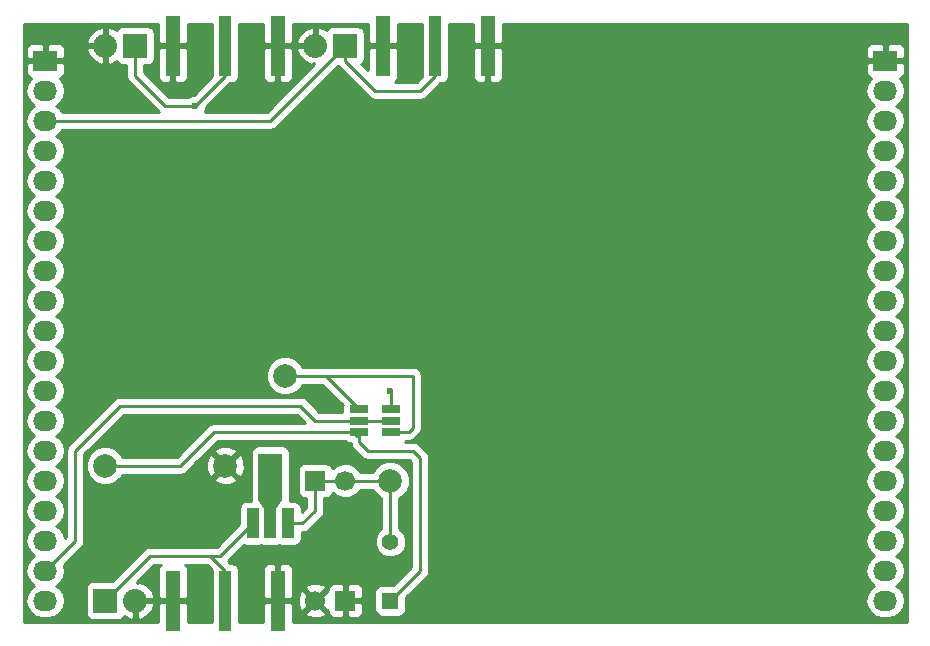
<source format=gbr>
G04 #@! TF.FileFunction,Copper,L1,Top,Signal*
%FSLAX46Y46*%
G04 Gerber Fmt 4.6, Leading zero omitted, Abs format (unit mm)*
G04 Created by KiCad (PCBNEW 4.0.3+e1-6302~38~ubuntu16.04.1-stable) date Thu Aug 25 17:22:32 2016*
%MOMM*%
%LPD*%
G01*
G04 APERTURE LIST*
%ADD10C,0.100000*%
%ADD11R,1.560000X0.650000*%
%ADD12R,1.400000X1.400000*%
%ADD13C,1.400000*%
%ADD14C,1.699260*%
%ADD15R,1.699260X1.699260*%
%ADD16R,2.032000X2.032000*%
%ADD17O,2.032000X2.032000*%
%ADD18C,1.998980*%
%ADD19R,1.000760X2.501900*%
%ADD20R,1.998980X4.000500*%
%ADD21C,2.000000*%
%ADD22R,1.270000X5.080000*%
%ADD23R,1.016000X5.080000*%
%ADD24R,2.032000X1.727200*%
%ADD25O,2.032000X1.727200*%
%ADD26C,0.600000*%
%ADD27C,0.250000*%
%ADD28C,0.254000*%
G04 APERTURE END LIST*
D10*
D11*
X100250000Y-108270000D03*
X100250000Y-109220000D03*
X100250000Y-110170000D03*
X102950000Y-110170000D03*
X102950000Y-108270000D03*
X102950000Y-109220000D03*
D12*
X102870000Y-124460000D03*
D13*
X102870000Y-119460000D03*
D14*
X96522540Y-124460520D03*
D15*
X96522540Y-114300520D03*
D14*
X99057460Y-114299480D03*
D15*
X99057460Y-124459480D03*
D16*
X78740000Y-124460000D03*
D17*
X81280000Y-124460000D03*
D16*
X81280000Y-77470000D03*
D17*
X78740000Y-77470000D03*
D16*
X99060000Y-77470000D03*
D17*
X96520000Y-77470000D03*
D18*
X78740000Y-113030000D03*
X88900000Y-113030000D03*
D19*
X91208860Y-117922040D03*
X92710000Y-117922040D03*
X94211140Y-117922040D03*
D20*
X92710000Y-113969800D03*
D10*
G36*
X93710760Y-115944650D02*
X93210380Y-116693950D01*
X92209620Y-116693950D01*
X91709240Y-115944650D01*
X93710760Y-115944650D01*
X93710760Y-115944650D01*
G37*
D21*
X102870000Y-114300000D03*
X93980000Y-105410000D03*
D22*
X111125000Y-77470000D03*
X102235000Y-77470000D03*
D23*
X106680000Y-77470000D03*
D22*
X93345000Y-77470000D03*
X84455000Y-77470000D03*
D23*
X88900000Y-77470000D03*
D22*
X84455000Y-124460000D03*
X93345000Y-124460000D03*
D23*
X88900000Y-124460000D03*
D24*
X73660000Y-78740000D03*
D25*
X73660000Y-81280000D03*
X73660000Y-83820000D03*
X73660000Y-86360000D03*
X73660000Y-88900000D03*
X73660000Y-91440000D03*
X73660000Y-93980000D03*
X73660000Y-96520000D03*
X73660000Y-99060000D03*
X73660000Y-101600000D03*
X73660000Y-104140000D03*
X73660000Y-106680000D03*
X73660000Y-109220000D03*
X73660000Y-111760000D03*
X73660000Y-114300000D03*
X73660000Y-116840000D03*
X73660000Y-119380000D03*
X73660000Y-121920000D03*
X73660000Y-124460000D03*
D24*
X144780000Y-78740000D03*
D25*
X144780000Y-81280000D03*
X144780000Y-83820000D03*
X144780000Y-86360000D03*
X144780000Y-88900000D03*
X144780000Y-91440000D03*
X144780000Y-93980000D03*
X144780000Y-96520000D03*
X144780000Y-99060000D03*
X144780000Y-101600000D03*
X144780000Y-104140000D03*
X144780000Y-106680000D03*
X144780000Y-109220000D03*
X144780000Y-111760000D03*
X144780000Y-114300000D03*
X144780000Y-116840000D03*
X144780000Y-119380000D03*
X144780000Y-121920000D03*
X144780000Y-124460000D03*
D26*
X86360000Y-82550000D03*
X102870000Y-106680000D03*
D27*
X81280000Y-77470000D02*
X81280000Y-80010000D01*
X81280000Y-80010000D02*
X83820000Y-82550000D01*
X83820000Y-82550000D02*
X86360000Y-82550000D01*
X86360000Y-82550000D02*
X88900000Y-80010000D01*
X88900000Y-80010000D02*
X88900000Y-77470000D01*
X102950000Y-110170000D02*
X104460000Y-110170000D01*
X104775000Y-105410000D02*
X97155000Y-105410000D01*
X104775000Y-109855000D02*
X104775000Y-105410000D01*
X104460000Y-110170000D02*
X104775000Y-109855000D01*
X93980000Y-105410000D02*
X97155000Y-105410000D01*
X97155000Y-105410000D02*
X97390000Y-105410000D01*
X97390000Y-105410000D02*
X100250000Y-108270000D01*
X100250000Y-109220000D02*
X96520000Y-109220000D01*
X76200000Y-119380000D02*
X73660000Y-121920000D01*
X76200000Y-111760000D02*
X76200000Y-119380000D01*
X80010000Y-107950000D02*
X76200000Y-111760000D01*
X95250000Y-107950000D02*
X80010000Y-107950000D01*
X96520000Y-109220000D02*
X95250000Y-107950000D01*
X100250000Y-109220000D02*
X102950000Y-109220000D01*
X100250000Y-110170000D02*
X100250000Y-111045000D01*
X105410000Y-121920000D02*
X102870000Y-124460000D01*
X105410000Y-112395000D02*
X105410000Y-121920000D01*
X104775000Y-111760000D02*
X105410000Y-112395000D01*
X100965000Y-111760000D02*
X104775000Y-111760000D01*
X100250000Y-111045000D02*
X100965000Y-111760000D01*
X78740000Y-113030000D02*
X85090000Y-113030000D01*
X87950000Y-110170000D02*
X100250000Y-110170000D01*
X85090000Y-113030000D02*
X87950000Y-110170000D01*
X99930000Y-110490000D02*
X100250000Y-110170000D01*
X102950000Y-106760000D02*
X102870000Y-106680000D01*
X102950000Y-106760000D02*
X102950000Y-108270000D01*
X94211140Y-117922040D02*
X95437960Y-117922040D01*
X96522540Y-116837460D02*
X96522540Y-114300520D01*
X95437960Y-117922040D02*
X96522540Y-116837460D01*
X96522540Y-114300520D02*
X99056420Y-114300520D01*
X99056420Y-114300520D02*
X99056940Y-114300000D01*
X99056940Y-114300000D02*
X102870000Y-114300000D01*
X102870000Y-114300000D02*
X102870000Y-119460000D01*
X94211140Y-117922040D02*
X94211140Y-117881920D01*
X87630000Y-120650000D02*
X88480900Y-120650000D01*
X88480900Y-120650000D02*
X91208860Y-117922040D01*
X91208860Y-117922040D02*
X91208860Y-118341140D01*
X78740000Y-124460000D02*
X82550000Y-120650000D01*
X87630000Y-120650000D02*
X88900000Y-121920000D01*
X82550000Y-120650000D02*
X87630000Y-120650000D01*
X88900000Y-121920000D02*
X88900000Y-124460000D01*
X99060000Y-77470000D02*
X99060000Y-78740000D01*
X105410000Y-81280000D02*
X106680000Y-80010000D01*
X101600000Y-81280000D02*
X105410000Y-81280000D01*
X99060000Y-78740000D02*
X101600000Y-81280000D01*
X106680000Y-80010000D02*
X106680000Y-77470000D01*
X73660000Y-83820000D02*
X92710000Y-83820000D01*
X92710000Y-83820000D02*
X99060000Y-77470000D01*
X106680000Y-80010000D02*
X106680000Y-77470000D01*
X92710000Y-117922040D02*
X92710000Y-113969800D01*
D28*
G36*
X83185000Y-77184250D02*
X83343750Y-77343000D01*
X84328000Y-77343000D01*
X84328000Y-77323000D01*
X84582000Y-77323000D01*
X84582000Y-77343000D01*
X85566250Y-77343000D01*
X85725000Y-77184250D01*
X85725000Y-75640000D01*
X87744560Y-75640000D01*
X87744560Y-80010000D01*
X87757330Y-80077868D01*
X86220320Y-81614878D01*
X86174833Y-81614838D01*
X85831057Y-81756883D01*
X85797882Y-81790000D01*
X84134802Y-81790000D01*
X82040000Y-79695198D01*
X82040000Y-79133440D01*
X82296000Y-79133440D01*
X82531317Y-79089162D01*
X82747441Y-78950090D01*
X82892431Y-78737890D01*
X82943440Y-78486000D01*
X82943440Y-77755750D01*
X83185000Y-77755750D01*
X83185000Y-80136310D01*
X83281673Y-80369699D01*
X83460302Y-80548327D01*
X83693691Y-80645000D01*
X84169250Y-80645000D01*
X84328000Y-80486250D01*
X84328000Y-77597000D01*
X84582000Y-77597000D01*
X84582000Y-80486250D01*
X84740750Y-80645000D01*
X85216309Y-80645000D01*
X85449698Y-80548327D01*
X85628327Y-80369699D01*
X85725000Y-80136310D01*
X85725000Y-77755750D01*
X85566250Y-77597000D01*
X84582000Y-77597000D01*
X84328000Y-77597000D01*
X83343750Y-77597000D01*
X83185000Y-77755750D01*
X82943440Y-77755750D01*
X82943440Y-76454000D01*
X82899162Y-76218683D01*
X82760090Y-76002559D01*
X82547890Y-75857569D01*
X82296000Y-75806560D01*
X80264000Y-75806560D01*
X80028683Y-75850838D01*
X79812559Y-75989910D01*
X79712144Y-76136872D01*
X79708379Y-76132812D01*
X79122946Y-75864017D01*
X78867000Y-75982633D01*
X78867000Y-77343000D01*
X78887000Y-77343000D01*
X78887000Y-77597000D01*
X78867000Y-77597000D01*
X78867000Y-78957367D01*
X79122946Y-79075983D01*
X79708379Y-78807188D01*
X79712934Y-78802276D01*
X79799910Y-78937441D01*
X80012110Y-79082431D01*
X80264000Y-79133440D01*
X80520000Y-79133440D01*
X80520000Y-80010000D01*
X80577852Y-80300839D01*
X80742599Y-80547401D01*
X83255198Y-83060000D01*
X75104648Y-83060000D01*
X74904415Y-82760330D01*
X74589634Y-82550000D01*
X74904415Y-82339670D01*
X75229271Y-81853489D01*
X75343345Y-81280000D01*
X75229271Y-80706511D01*
X74904415Y-80220330D01*
X74882220Y-80205500D01*
X75035699Y-80141927D01*
X75214327Y-79963298D01*
X75311000Y-79729909D01*
X75311000Y-79025750D01*
X75152250Y-78867000D01*
X73787000Y-78867000D01*
X73787000Y-78887000D01*
X73533000Y-78887000D01*
X73533000Y-78867000D01*
X72167750Y-78867000D01*
X72009000Y-79025750D01*
X72009000Y-79729909D01*
X72105673Y-79963298D01*
X72284301Y-80141927D01*
X72437780Y-80205500D01*
X72415585Y-80220330D01*
X72090729Y-80706511D01*
X71976655Y-81280000D01*
X72090729Y-81853489D01*
X72415585Y-82339670D01*
X72730366Y-82550000D01*
X72415585Y-82760330D01*
X72090729Y-83246511D01*
X71976655Y-83820000D01*
X72090729Y-84393489D01*
X72415585Y-84879670D01*
X72730366Y-85090000D01*
X72415585Y-85300330D01*
X72090729Y-85786511D01*
X71976655Y-86360000D01*
X72090729Y-86933489D01*
X72415585Y-87419670D01*
X72730366Y-87630000D01*
X72415585Y-87840330D01*
X72090729Y-88326511D01*
X71976655Y-88900000D01*
X72090729Y-89473489D01*
X72415585Y-89959670D01*
X72730366Y-90170000D01*
X72415585Y-90380330D01*
X72090729Y-90866511D01*
X71976655Y-91440000D01*
X72090729Y-92013489D01*
X72415585Y-92499670D01*
X72730366Y-92710000D01*
X72415585Y-92920330D01*
X72090729Y-93406511D01*
X71976655Y-93980000D01*
X72090729Y-94553489D01*
X72415585Y-95039670D01*
X72730366Y-95250000D01*
X72415585Y-95460330D01*
X72090729Y-95946511D01*
X71976655Y-96520000D01*
X72090729Y-97093489D01*
X72415585Y-97579670D01*
X72730366Y-97790000D01*
X72415585Y-98000330D01*
X72090729Y-98486511D01*
X71976655Y-99060000D01*
X72090729Y-99633489D01*
X72415585Y-100119670D01*
X72730366Y-100330000D01*
X72415585Y-100540330D01*
X72090729Y-101026511D01*
X71976655Y-101600000D01*
X72090729Y-102173489D01*
X72415585Y-102659670D01*
X72730366Y-102870000D01*
X72415585Y-103080330D01*
X72090729Y-103566511D01*
X71976655Y-104140000D01*
X72090729Y-104713489D01*
X72415585Y-105199670D01*
X72730366Y-105410000D01*
X72415585Y-105620330D01*
X72090729Y-106106511D01*
X71976655Y-106680000D01*
X72090729Y-107253489D01*
X72415585Y-107739670D01*
X72730366Y-107950000D01*
X72415585Y-108160330D01*
X72090729Y-108646511D01*
X71976655Y-109220000D01*
X72090729Y-109793489D01*
X72415585Y-110279670D01*
X72730366Y-110490000D01*
X72415585Y-110700330D01*
X72090729Y-111186511D01*
X71976655Y-111760000D01*
X72090729Y-112333489D01*
X72415585Y-112819670D01*
X72730366Y-113030000D01*
X72415585Y-113240330D01*
X72090729Y-113726511D01*
X71976655Y-114300000D01*
X72090729Y-114873489D01*
X72415585Y-115359670D01*
X72730366Y-115570000D01*
X72415585Y-115780330D01*
X72090729Y-116266511D01*
X71976655Y-116840000D01*
X72090729Y-117413489D01*
X72415585Y-117899670D01*
X72730366Y-118110000D01*
X72415585Y-118320330D01*
X72090729Y-118806511D01*
X71976655Y-119380000D01*
X72090729Y-119953489D01*
X72415585Y-120439670D01*
X72730366Y-120650000D01*
X72415585Y-120860330D01*
X72090729Y-121346511D01*
X71976655Y-121920000D01*
X72090729Y-122493489D01*
X72415585Y-122979670D01*
X72730366Y-123190000D01*
X72415585Y-123400330D01*
X72090729Y-123886511D01*
X71976655Y-124460000D01*
X72090729Y-125033489D01*
X72415585Y-125519670D01*
X72901766Y-125844526D01*
X73475255Y-125958600D01*
X73844745Y-125958600D01*
X74418234Y-125844526D01*
X74904415Y-125519670D01*
X75229271Y-125033489D01*
X75343345Y-124460000D01*
X75229271Y-123886511D01*
X74904415Y-123400330D01*
X74589634Y-123190000D01*
X74904415Y-122979670D01*
X75229271Y-122493489D01*
X75343345Y-121920000D01*
X75242381Y-121412421D01*
X76737401Y-119917401D01*
X76902148Y-119670840D01*
X76911746Y-119622586D01*
X76960000Y-119380000D01*
X76960000Y-112074802D01*
X80324802Y-108710000D01*
X94935198Y-108710000D01*
X95635198Y-109410000D01*
X87950000Y-109410000D01*
X87659161Y-109467852D01*
X87412599Y-109632599D01*
X84775198Y-112270000D01*
X80194496Y-112270000D01*
X80126462Y-112105345D01*
X79667073Y-111645154D01*
X79066547Y-111395794D01*
X78416306Y-111395226D01*
X77815345Y-111643538D01*
X77355154Y-112102927D01*
X77105794Y-112703453D01*
X77105226Y-113353694D01*
X77353538Y-113954655D01*
X77812927Y-114414846D01*
X78413453Y-114664206D01*
X79063694Y-114664774D01*
X79664655Y-114416462D01*
X79899363Y-114182163D01*
X87927443Y-114182163D01*
X88026042Y-114448965D01*
X88635582Y-114675401D01*
X89285377Y-114651341D01*
X89773958Y-114448965D01*
X89872557Y-114182163D01*
X88900000Y-113209605D01*
X87927443Y-114182163D01*
X79899363Y-114182163D01*
X80124846Y-113957073D01*
X80194221Y-113790000D01*
X85090000Y-113790000D01*
X85380839Y-113732148D01*
X85627401Y-113567401D01*
X86429220Y-112765582D01*
X87254599Y-112765582D01*
X87278659Y-113415377D01*
X87481035Y-113903958D01*
X87747837Y-114002557D01*
X88720395Y-113030000D01*
X89079605Y-113030000D01*
X90052163Y-114002557D01*
X90318965Y-113903958D01*
X90545401Y-113294418D01*
X90521341Y-112644623D01*
X90318965Y-112156042D01*
X90052163Y-112057443D01*
X89079605Y-113030000D01*
X88720395Y-113030000D01*
X87747837Y-112057443D01*
X87481035Y-112156042D01*
X87254599Y-112765582D01*
X86429220Y-112765582D01*
X87316965Y-111877837D01*
X87927443Y-111877837D01*
X88900000Y-112850395D01*
X89872557Y-111877837D01*
X89773958Y-111611035D01*
X89164418Y-111384599D01*
X88514623Y-111408659D01*
X88026042Y-111611035D01*
X87927443Y-111877837D01*
X87316965Y-111877837D01*
X88264802Y-110930000D01*
X98995331Y-110930000D01*
X99005910Y-110946441D01*
X99218110Y-111091431D01*
X99470000Y-111142440D01*
X99509382Y-111142440D01*
X99547852Y-111335839D01*
X99712599Y-111582401D01*
X100427599Y-112297401D01*
X100674161Y-112462148D01*
X100965000Y-112520000D01*
X104460198Y-112520000D01*
X104650000Y-112709802D01*
X104650000Y-121605198D01*
X103142638Y-123112560D01*
X102170000Y-123112560D01*
X101934683Y-123156838D01*
X101718559Y-123295910D01*
X101573569Y-123508110D01*
X101522560Y-123760000D01*
X101522560Y-125160000D01*
X101566838Y-125395317D01*
X101705910Y-125611441D01*
X101918110Y-125756431D01*
X102170000Y-125807440D01*
X103570000Y-125807440D01*
X103805317Y-125763162D01*
X104021441Y-125624090D01*
X104166431Y-125411890D01*
X104217440Y-125160000D01*
X104217440Y-124187362D01*
X105947401Y-122457401D01*
X106112148Y-122210840D01*
X106121746Y-122162586D01*
X106170000Y-121920000D01*
X106170000Y-112395000D01*
X106112148Y-112104161D01*
X105947401Y-111857599D01*
X105312401Y-111222599D01*
X105065839Y-111057852D01*
X104775000Y-111000000D01*
X104117865Y-111000000D01*
X104181441Y-110959090D01*
X104201317Y-110930000D01*
X104460000Y-110930000D01*
X104750839Y-110872148D01*
X104997401Y-110707401D01*
X105312401Y-110392401D01*
X105477148Y-110145840D01*
X105535000Y-109855000D01*
X105535000Y-105410000D01*
X105477148Y-105119161D01*
X105312401Y-104872599D01*
X105065839Y-104707852D01*
X104775000Y-104650000D01*
X95435047Y-104650000D01*
X95366894Y-104485057D01*
X94907363Y-104024722D01*
X94306648Y-103775284D01*
X93656205Y-103774716D01*
X93055057Y-104023106D01*
X92594722Y-104482637D01*
X92345284Y-105083352D01*
X92344716Y-105733795D01*
X92593106Y-106334943D01*
X93052637Y-106795278D01*
X93653352Y-107044716D01*
X94303795Y-107045284D01*
X94904943Y-106796894D01*
X95365278Y-106337363D01*
X95434773Y-106170000D01*
X97075198Y-106170000D01*
X98827214Y-107922016D01*
X98822560Y-107945000D01*
X98822560Y-108460000D01*
X96834802Y-108460000D01*
X95787401Y-107412599D01*
X95540839Y-107247852D01*
X95250000Y-107190000D01*
X80010000Y-107190000D01*
X79719161Y-107247852D01*
X79472599Y-107412599D01*
X75662599Y-111222599D01*
X75497852Y-111469161D01*
X75440000Y-111760000D01*
X75440000Y-119065198D01*
X75307152Y-119198046D01*
X75229271Y-118806511D01*
X74904415Y-118320330D01*
X74589634Y-118110000D01*
X74904415Y-117899670D01*
X75229271Y-117413489D01*
X75343345Y-116840000D01*
X75229271Y-116266511D01*
X74904415Y-115780330D01*
X74589634Y-115570000D01*
X74904415Y-115359670D01*
X75229271Y-114873489D01*
X75343345Y-114300000D01*
X75229271Y-113726511D01*
X74904415Y-113240330D01*
X74589634Y-113030000D01*
X74904415Y-112819670D01*
X75229271Y-112333489D01*
X75343345Y-111760000D01*
X75229271Y-111186511D01*
X74904415Y-110700330D01*
X74589634Y-110490000D01*
X74904415Y-110279670D01*
X75229271Y-109793489D01*
X75343345Y-109220000D01*
X75229271Y-108646511D01*
X74904415Y-108160330D01*
X74589634Y-107950000D01*
X74904415Y-107739670D01*
X75229271Y-107253489D01*
X75343345Y-106680000D01*
X75229271Y-106106511D01*
X74904415Y-105620330D01*
X74589634Y-105410000D01*
X74904415Y-105199670D01*
X75229271Y-104713489D01*
X75343345Y-104140000D01*
X75229271Y-103566511D01*
X74904415Y-103080330D01*
X74589634Y-102870000D01*
X74904415Y-102659670D01*
X75229271Y-102173489D01*
X75343345Y-101600000D01*
X75229271Y-101026511D01*
X74904415Y-100540330D01*
X74589634Y-100330000D01*
X74904415Y-100119670D01*
X75229271Y-99633489D01*
X75343345Y-99060000D01*
X75229271Y-98486511D01*
X74904415Y-98000330D01*
X74589634Y-97790000D01*
X74904415Y-97579670D01*
X75229271Y-97093489D01*
X75343345Y-96520000D01*
X75229271Y-95946511D01*
X74904415Y-95460330D01*
X74589634Y-95250000D01*
X74904415Y-95039670D01*
X75229271Y-94553489D01*
X75343345Y-93980000D01*
X75229271Y-93406511D01*
X74904415Y-92920330D01*
X74589634Y-92710000D01*
X74904415Y-92499670D01*
X75229271Y-92013489D01*
X75343345Y-91440000D01*
X75229271Y-90866511D01*
X74904415Y-90380330D01*
X74589634Y-90170000D01*
X74904415Y-89959670D01*
X75229271Y-89473489D01*
X75343345Y-88900000D01*
X75229271Y-88326511D01*
X74904415Y-87840330D01*
X74589634Y-87630000D01*
X74904415Y-87419670D01*
X75229271Y-86933489D01*
X75343345Y-86360000D01*
X75229271Y-85786511D01*
X74904415Y-85300330D01*
X74589634Y-85090000D01*
X74904415Y-84879670D01*
X75104648Y-84580000D01*
X92710000Y-84580000D01*
X93000839Y-84522148D01*
X93247401Y-84357401D01*
X98444414Y-79160388D01*
X98522599Y-79277401D01*
X101062599Y-81817401D01*
X101309160Y-81982148D01*
X101357414Y-81991746D01*
X101600000Y-82040000D01*
X105410000Y-82040000D01*
X105700839Y-81982148D01*
X105947401Y-81817401D01*
X106484802Y-81280000D01*
X143096655Y-81280000D01*
X143210729Y-81853489D01*
X143535585Y-82339670D01*
X143850366Y-82550000D01*
X143535585Y-82760330D01*
X143210729Y-83246511D01*
X143096655Y-83820000D01*
X143210729Y-84393489D01*
X143535585Y-84879670D01*
X143850366Y-85090000D01*
X143535585Y-85300330D01*
X143210729Y-85786511D01*
X143096655Y-86360000D01*
X143210729Y-86933489D01*
X143535585Y-87419670D01*
X143850366Y-87630000D01*
X143535585Y-87840330D01*
X143210729Y-88326511D01*
X143096655Y-88900000D01*
X143210729Y-89473489D01*
X143535585Y-89959670D01*
X143850366Y-90170000D01*
X143535585Y-90380330D01*
X143210729Y-90866511D01*
X143096655Y-91440000D01*
X143210729Y-92013489D01*
X143535585Y-92499670D01*
X143850366Y-92710000D01*
X143535585Y-92920330D01*
X143210729Y-93406511D01*
X143096655Y-93980000D01*
X143210729Y-94553489D01*
X143535585Y-95039670D01*
X143850366Y-95250000D01*
X143535585Y-95460330D01*
X143210729Y-95946511D01*
X143096655Y-96520000D01*
X143210729Y-97093489D01*
X143535585Y-97579670D01*
X143850366Y-97790000D01*
X143535585Y-98000330D01*
X143210729Y-98486511D01*
X143096655Y-99060000D01*
X143210729Y-99633489D01*
X143535585Y-100119670D01*
X143850366Y-100330000D01*
X143535585Y-100540330D01*
X143210729Y-101026511D01*
X143096655Y-101600000D01*
X143210729Y-102173489D01*
X143535585Y-102659670D01*
X143850366Y-102870000D01*
X143535585Y-103080330D01*
X143210729Y-103566511D01*
X143096655Y-104140000D01*
X143210729Y-104713489D01*
X143535585Y-105199670D01*
X143850366Y-105410000D01*
X143535585Y-105620330D01*
X143210729Y-106106511D01*
X143096655Y-106680000D01*
X143210729Y-107253489D01*
X143535585Y-107739670D01*
X143850366Y-107950000D01*
X143535585Y-108160330D01*
X143210729Y-108646511D01*
X143096655Y-109220000D01*
X143210729Y-109793489D01*
X143535585Y-110279670D01*
X143850366Y-110490000D01*
X143535585Y-110700330D01*
X143210729Y-111186511D01*
X143096655Y-111760000D01*
X143210729Y-112333489D01*
X143535585Y-112819670D01*
X143850366Y-113030000D01*
X143535585Y-113240330D01*
X143210729Y-113726511D01*
X143096655Y-114300000D01*
X143210729Y-114873489D01*
X143535585Y-115359670D01*
X143850366Y-115570000D01*
X143535585Y-115780330D01*
X143210729Y-116266511D01*
X143096655Y-116840000D01*
X143210729Y-117413489D01*
X143535585Y-117899670D01*
X143850366Y-118110000D01*
X143535585Y-118320330D01*
X143210729Y-118806511D01*
X143096655Y-119380000D01*
X143210729Y-119953489D01*
X143535585Y-120439670D01*
X143850366Y-120650000D01*
X143535585Y-120860330D01*
X143210729Y-121346511D01*
X143096655Y-121920000D01*
X143210729Y-122493489D01*
X143535585Y-122979670D01*
X143850366Y-123190000D01*
X143535585Y-123400330D01*
X143210729Y-123886511D01*
X143096655Y-124460000D01*
X143210729Y-125033489D01*
X143535585Y-125519670D01*
X144021766Y-125844526D01*
X144595255Y-125958600D01*
X144964745Y-125958600D01*
X145538234Y-125844526D01*
X146024415Y-125519670D01*
X146349271Y-125033489D01*
X146463345Y-124460000D01*
X146349271Y-123886511D01*
X146024415Y-123400330D01*
X145709634Y-123190000D01*
X146024415Y-122979670D01*
X146349271Y-122493489D01*
X146463345Y-121920000D01*
X146349271Y-121346511D01*
X146024415Y-120860330D01*
X145709634Y-120650000D01*
X146024415Y-120439670D01*
X146349271Y-119953489D01*
X146463345Y-119380000D01*
X146349271Y-118806511D01*
X146024415Y-118320330D01*
X145709634Y-118110000D01*
X146024415Y-117899670D01*
X146349271Y-117413489D01*
X146463345Y-116840000D01*
X146349271Y-116266511D01*
X146024415Y-115780330D01*
X145709634Y-115570000D01*
X146024415Y-115359670D01*
X146349271Y-114873489D01*
X146463345Y-114300000D01*
X146349271Y-113726511D01*
X146024415Y-113240330D01*
X145709634Y-113030000D01*
X146024415Y-112819670D01*
X146349271Y-112333489D01*
X146463345Y-111760000D01*
X146349271Y-111186511D01*
X146024415Y-110700330D01*
X145709634Y-110490000D01*
X146024415Y-110279670D01*
X146349271Y-109793489D01*
X146463345Y-109220000D01*
X146349271Y-108646511D01*
X146024415Y-108160330D01*
X145709634Y-107950000D01*
X146024415Y-107739670D01*
X146349271Y-107253489D01*
X146463345Y-106680000D01*
X146349271Y-106106511D01*
X146024415Y-105620330D01*
X145709634Y-105410000D01*
X146024415Y-105199670D01*
X146349271Y-104713489D01*
X146463345Y-104140000D01*
X146349271Y-103566511D01*
X146024415Y-103080330D01*
X145709634Y-102870000D01*
X146024415Y-102659670D01*
X146349271Y-102173489D01*
X146463345Y-101600000D01*
X146349271Y-101026511D01*
X146024415Y-100540330D01*
X145709634Y-100330000D01*
X146024415Y-100119670D01*
X146349271Y-99633489D01*
X146463345Y-99060000D01*
X146349271Y-98486511D01*
X146024415Y-98000330D01*
X145709634Y-97790000D01*
X146024415Y-97579670D01*
X146349271Y-97093489D01*
X146463345Y-96520000D01*
X146349271Y-95946511D01*
X146024415Y-95460330D01*
X145709634Y-95250000D01*
X146024415Y-95039670D01*
X146349271Y-94553489D01*
X146463345Y-93980000D01*
X146349271Y-93406511D01*
X146024415Y-92920330D01*
X145709634Y-92710000D01*
X146024415Y-92499670D01*
X146349271Y-92013489D01*
X146463345Y-91440000D01*
X146349271Y-90866511D01*
X146024415Y-90380330D01*
X145709634Y-90170000D01*
X146024415Y-89959670D01*
X146349271Y-89473489D01*
X146463345Y-88900000D01*
X146349271Y-88326511D01*
X146024415Y-87840330D01*
X145709634Y-87630000D01*
X146024415Y-87419670D01*
X146349271Y-86933489D01*
X146463345Y-86360000D01*
X146349271Y-85786511D01*
X146024415Y-85300330D01*
X145709634Y-85090000D01*
X146024415Y-84879670D01*
X146349271Y-84393489D01*
X146463345Y-83820000D01*
X146349271Y-83246511D01*
X146024415Y-82760330D01*
X145709634Y-82550000D01*
X146024415Y-82339670D01*
X146349271Y-81853489D01*
X146463345Y-81280000D01*
X146349271Y-80706511D01*
X146024415Y-80220330D01*
X146002220Y-80205500D01*
X146155699Y-80141927D01*
X146334327Y-79963298D01*
X146431000Y-79729909D01*
X146431000Y-79025750D01*
X146272250Y-78867000D01*
X144907000Y-78867000D01*
X144907000Y-78887000D01*
X144653000Y-78887000D01*
X144653000Y-78867000D01*
X143287750Y-78867000D01*
X143129000Y-79025750D01*
X143129000Y-79729909D01*
X143225673Y-79963298D01*
X143404301Y-80141927D01*
X143557780Y-80205500D01*
X143535585Y-80220330D01*
X143210729Y-80706511D01*
X143096655Y-81280000D01*
X106484802Y-81280000D01*
X107107362Y-80657440D01*
X107188000Y-80657440D01*
X107423317Y-80613162D01*
X107639441Y-80474090D01*
X107784431Y-80261890D01*
X107835440Y-80010000D01*
X107835440Y-77755750D01*
X109855000Y-77755750D01*
X109855000Y-80136310D01*
X109951673Y-80369699D01*
X110130302Y-80548327D01*
X110363691Y-80645000D01*
X110839250Y-80645000D01*
X110998000Y-80486250D01*
X110998000Y-77597000D01*
X111252000Y-77597000D01*
X111252000Y-80486250D01*
X111410750Y-80645000D01*
X111886309Y-80645000D01*
X112119698Y-80548327D01*
X112298327Y-80369699D01*
X112395000Y-80136310D01*
X112395000Y-77755750D01*
X112389341Y-77750091D01*
X143129000Y-77750091D01*
X143129000Y-78454250D01*
X143287750Y-78613000D01*
X144653000Y-78613000D01*
X144653000Y-77400150D01*
X144907000Y-77400150D01*
X144907000Y-78613000D01*
X146272250Y-78613000D01*
X146431000Y-78454250D01*
X146431000Y-77750091D01*
X146334327Y-77516702D01*
X146155699Y-77338073D01*
X145922310Y-77241400D01*
X145065750Y-77241400D01*
X144907000Y-77400150D01*
X144653000Y-77400150D01*
X144494250Y-77241400D01*
X143637690Y-77241400D01*
X143404301Y-77338073D01*
X143225673Y-77516702D01*
X143129000Y-77750091D01*
X112389341Y-77750091D01*
X112236250Y-77597000D01*
X111252000Y-77597000D01*
X110998000Y-77597000D01*
X110013750Y-77597000D01*
X109855000Y-77755750D01*
X107835440Y-77755750D01*
X107835440Y-75640000D01*
X109855000Y-75640000D01*
X109855000Y-77184250D01*
X110013750Y-77343000D01*
X110998000Y-77343000D01*
X110998000Y-77323000D01*
X111252000Y-77323000D01*
X111252000Y-77343000D01*
X112236250Y-77343000D01*
X112395000Y-77184250D01*
X112395000Y-75640000D01*
X146610000Y-75640000D01*
X146610000Y-126290000D01*
X94615000Y-126290000D01*
X94615000Y-125504210D01*
X95658455Y-125504210D01*
X95738682Y-125755473D01*
X96293907Y-125956870D01*
X96883939Y-125930461D01*
X97306398Y-125755473D01*
X97386625Y-125504210D01*
X96522540Y-124640125D01*
X95658455Y-125504210D01*
X94615000Y-125504210D01*
X94615000Y-124745750D01*
X94456250Y-124587000D01*
X93472000Y-124587000D01*
X93472000Y-124607000D01*
X93218000Y-124607000D01*
X93218000Y-124587000D01*
X92233750Y-124587000D01*
X92075000Y-124745750D01*
X92075000Y-126290000D01*
X90055440Y-126290000D01*
X90055440Y-121920000D01*
X90031674Y-121793690D01*
X92075000Y-121793690D01*
X92075000Y-124174250D01*
X92233750Y-124333000D01*
X93218000Y-124333000D01*
X93218000Y-121443750D01*
X93472000Y-121443750D01*
X93472000Y-124333000D01*
X94456250Y-124333000D01*
X94557363Y-124231887D01*
X95026190Y-124231887D01*
X95052599Y-124821919D01*
X95227587Y-125244378D01*
X95478850Y-125324605D01*
X96342935Y-124460520D01*
X96702145Y-124460520D01*
X97566230Y-125324605D01*
X97572830Y-125322498D01*
X97572830Y-125435419D01*
X97669503Y-125668808D01*
X97848131Y-125847437D01*
X98081520Y-125944110D01*
X98771710Y-125944110D01*
X98930460Y-125785360D01*
X98930460Y-124586480D01*
X99184460Y-124586480D01*
X99184460Y-125785360D01*
X99343210Y-125944110D01*
X100033400Y-125944110D01*
X100266789Y-125847437D01*
X100445417Y-125668808D01*
X100542090Y-125435419D01*
X100542090Y-124745230D01*
X100383340Y-124586480D01*
X99184460Y-124586480D01*
X98930460Y-124586480D01*
X98910460Y-124586480D01*
X98910460Y-124332480D01*
X98930460Y-124332480D01*
X98930460Y-123133600D01*
X99184460Y-123133600D01*
X99184460Y-124332480D01*
X100383340Y-124332480D01*
X100542090Y-124173730D01*
X100542090Y-123483541D01*
X100445417Y-123250152D01*
X100266789Y-123071523D01*
X100033400Y-122974850D01*
X99343210Y-122974850D01*
X99184460Y-123133600D01*
X98930460Y-123133600D01*
X98771710Y-122974850D01*
X98081520Y-122974850D01*
X97848131Y-123071523D01*
X97669503Y-123250152D01*
X97572830Y-123483541D01*
X97572830Y-123598542D01*
X97566230Y-123596435D01*
X96702145Y-124460520D01*
X96342935Y-124460520D01*
X95478850Y-123596435D01*
X95227587Y-123676662D01*
X95026190Y-124231887D01*
X94557363Y-124231887D01*
X94615000Y-124174250D01*
X94615000Y-123416830D01*
X95658455Y-123416830D01*
X96522540Y-124280915D01*
X97386625Y-123416830D01*
X97306398Y-123165567D01*
X96751173Y-122964170D01*
X96161141Y-122990579D01*
X95738682Y-123165567D01*
X95658455Y-123416830D01*
X94615000Y-123416830D01*
X94615000Y-121793690D01*
X94518327Y-121560301D01*
X94339698Y-121381673D01*
X94106309Y-121285000D01*
X93630750Y-121285000D01*
X93472000Y-121443750D01*
X93218000Y-121443750D01*
X93059250Y-121285000D01*
X92583691Y-121285000D01*
X92350302Y-121381673D01*
X92171673Y-121560301D01*
X92075000Y-121793690D01*
X90031674Y-121793690D01*
X90011162Y-121684683D01*
X89872090Y-121468559D01*
X89659890Y-121323569D01*
X89408000Y-121272560D01*
X89327362Y-121272560D01*
X89130252Y-121075450D01*
X90444525Y-119761177D01*
X90456590Y-119769421D01*
X90708480Y-119820430D01*
X91709240Y-119820430D01*
X91944557Y-119776152D01*
X91956414Y-119768522D01*
X91957730Y-119769421D01*
X92209620Y-119820430D01*
X93210380Y-119820430D01*
X93445697Y-119776152D01*
X93457554Y-119768522D01*
X93458870Y-119769421D01*
X93710760Y-119820430D01*
X94711520Y-119820430D01*
X94946837Y-119776152D01*
X95162961Y-119637080D01*
X95307951Y-119424880D01*
X95358960Y-119172990D01*
X95358960Y-118682040D01*
X95437960Y-118682040D01*
X95728799Y-118624188D01*
X95975361Y-118459441D01*
X97059941Y-117374861D01*
X97224688Y-117128299D01*
X97282540Y-116837460D01*
X97282540Y-115797590D01*
X97372170Y-115797590D01*
X97607487Y-115753312D01*
X97823611Y-115614240D01*
X97968601Y-115402040D01*
X97984073Y-115325637D01*
X98215386Y-115557354D01*
X98760853Y-115783852D01*
X99351476Y-115784368D01*
X99897337Y-115558822D01*
X100315334Y-115141554D01*
X100349198Y-115060000D01*
X101414953Y-115060000D01*
X101483106Y-115224943D01*
X101942637Y-115685278D01*
X102110000Y-115754773D01*
X102110000Y-118332345D01*
X101738902Y-118702796D01*
X101535232Y-119193287D01*
X101534769Y-119724383D01*
X101737582Y-120215229D01*
X102112796Y-120591098D01*
X102603287Y-120794768D01*
X103134383Y-120795231D01*
X103625229Y-120592418D01*
X104001098Y-120217204D01*
X104204768Y-119726713D01*
X104205231Y-119195617D01*
X104002418Y-118704771D01*
X103630000Y-118331703D01*
X103630000Y-115755047D01*
X103794943Y-115686894D01*
X104255278Y-115227363D01*
X104504716Y-114626648D01*
X104505284Y-113976205D01*
X104256894Y-113375057D01*
X103797363Y-112914722D01*
X103196648Y-112665284D01*
X102546205Y-112664716D01*
X101945057Y-112913106D01*
X101484722Y-113372637D01*
X101415227Y-113540000D01*
X100350021Y-113540000D01*
X100316802Y-113459603D01*
X99899534Y-113041606D01*
X99354067Y-112815108D01*
X98763444Y-112814592D01*
X98217583Y-113040138D01*
X97985849Y-113271468D01*
X97975332Y-113215573D01*
X97836260Y-112999449D01*
X97624060Y-112854459D01*
X97372170Y-112803450D01*
X95672910Y-112803450D01*
X95437593Y-112847728D01*
X95221469Y-112986800D01*
X95076479Y-113199000D01*
X95025470Y-113450890D01*
X95025470Y-115150150D01*
X95069748Y-115385467D01*
X95208820Y-115601591D01*
X95421020Y-115746581D01*
X95672910Y-115797590D01*
X95762540Y-115797590D01*
X95762540Y-116522658D01*
X95358960Y-116926238D01*
X95358960Y-116671090D01*
X95314682Y-116435773D01*
X95175610Y-116219649D01*
X94963410Y-116074659D01*
X94711520Y-116023650D01*
X94346076Y-116023650D01*
X94356930Y-115970050D01*
X94356930Y-115965750D01*
X94357953Y-115962537D01*
X94356930Y-115956654D01*
X94356930Y-111969550D01*
X94312652Y-111734233D01*
X94173580Y-111518109D01*
X93961380Y-111373119D01*
X93709490Y-111322110D01*
X91710510Y-111322110D01*
X91475193Y-111366388D01*
X91259069Y-111505460D01*
X91114079Y-111717660D01*
X91063070Y-111969550D01*
X91063070Y-115970050D01*
X91073156Y-116023650D01*
X90708480Y-116023650D01*
X90473163Y-116067928D01*
X90257039Y-116207000D01*
X90112049Y-116419200D01*
X90061040Y-116671090D01*
X90061040Y-117995058D01*
X88166098Y-119890000D01*
X82550000Y-119890000D01*
X82259161Y-119947852D01*
X82012599Y-120112599D01*
X79328638Y-122796560D01*
X77724000Y-122796560D01*
X77488683Y-122840838D01*
X77272559Y-122979910D01*
X77127569Y-123192110D01*
X77076560Y-123444000D01*
X77076560Y-125476000D01*
X77120838Y-125711317D01*
X77259910Y-125927441D01*
X77472110Y-126072431D01*
X77724000Y-126123440D01*
X79756000Y-126123440D01*
X79991317Y-126079162D01*
X80207441Y-125940090D01*
X80307856Y-125793128D01*
X80311621Y-125797188D01*
X80897054Y-126065983D01*
X81153000Y-125947367D01*
X81153000Y-124587000D01*
X81407000Y-124587000D01*
X81407000Y-125947367D01*
X81662946Y-126065983D01*
X82248379Y-125797188D01*
X82686385Y-125324818D01*
X82885975Y-124842944D01*
X82766836Y-124587000D01*
X81407000Y-124587000D01*
X81153000Y-124587000D01*
X81133000Y-124587000D01*
X81133000Y-124333000D01*
X81153000Y-124333000D01*
X81153000Y-124313000D01*
X81407000Y-124313000D01*
X81407000Y-124333000D01*
X82766836Y-124333000D01*
X82885975Y-124077056D01*
X82686385Y-123595182D01*
X82248379Y-123122812D01*
X81662946Y-122854017D01*
X81407002Y-122972632D01*
X81407002Y-122867800D01*
X82864802Y-121410000D01*
X83431975Y-121410000D01*
X83281673Y-121560301D01*
X83185000Y-121793690D01*
X83185000Y-124174250D01*
X83343750Y-124333000D01*
X84328000Y-124333000D01*
X84328000Y-124313000D01*
X84582000Y-124313000D01*
X84582000Y-124333000D01*
X85566250Y-124333000D01*
X85725000Y-124174250D01*
X85725000Y-121793690D01*
X85628327Y-121560301D01*
X85478025Y-121410000D01*
X87315198Y-121410000D01*
X87758140Y-121852942D01*
X87744560Y-121920000D01*
X87744560Y-126290000D01*
X85725000Y-126290000D01*
X85725000Y-124745750D01*
X85566250Y-124587000D01*
X84582000Y-124587000D01*
X84582000Y-124607000D01*
X84328000Y-124607000D01*
X84328000Y-124587000D01*
X83343750Y-124587000D01*
X83185000Y-124745750D01*
X83185000Y-126290000D01*
X71830000Y-126290000D01*
X71830000Y-77750091D01*
X72009000Y-77750091D01*
X72009000Y-78454250D01*
X72167750Y-78613000D01*
X73533000Y-78613000D01*
X73533000Y-77400150D01*
X73787000Y-77400150D01*
X73787000Y-78613000D01*
X75152250Y-78613000D01*
X75311000Y-78454250D01*
X75311000Y-77852944D01*
X77134025Y-77852944D01*
X77333615Y-78334818D01*
X77771621Y-78807188D01*
X78357054Y-79075983D01*
X78613000Y-78957367D01*
X78613000Y-77597000D01*
X77253164Y-77597000D01*
X77134025Y-77852944D01*
X75311000Y-77852944D01*
X75311000Y-77750091D01*
X75214327Y-77516702D01*
X75035699Y-77338073D01*
X74802310Y-77241400D01*
X73945750Y-77241400D01*
X73787000Y-77400150D01*
X73533000Y-77400150D01*
X73374250Y-77241400D01*
X72517690Y-77241400D01*
X72284301Y-77338073D01*
X72105673Y-77516702D01*
X72009000Y-77750091D01*
X71830000Y-77750091D01*
X71830000Y-77087056D01*
X77134025Y-77087056D01*
X77253164Y-77343000D01*
X78613000Y-77343000D01*
X78613000Y-75982633D01*
X78357054Y-75864017D01*
X77771621Y-76132812D01*
X77333615Y-76605182D01*
X77134025Y-77087056D01*
X71830000Y-77087056D01*
X71830000Y-75640000D01*
X83185000Y-75640000D01*
X83185000Y-77184250D01*
X83185000Y-77184250D01*
G37*
X83185000Y-77184250D02*
X83343750Y-77343000D01*
X84328000Y-77343000D01*
X84328000Y-77323000D01*
X84582000Y-77323000D01*
X84582000Y-77343000D01*
X85566250Y-77343000D01*
X85725000Y-77184250D01*
X85725000Y-75640000D01*
X87744560Y-75640000D01*
X87744560Y-80010000D01*
X87757330Y-80077868D01*
X86220320Y-81614878D01*
X86174833Y-81614838D01*
X85831057Y-81756883D01*
X85797882Y-81790000D01*
X84134802Y-81790000D01*
X82040000Y-79695198D01*
X82040000Y-79133440D01*
X82296000Y-79133440D01*
X82531317Y-79089162D01*
X82747441Y-78950090D01*
X82892431Y-78737890D01*
X82943440Y-78486000D01*
X82943440Y-77755750D01*
X83185000Y-77755750D01*
X83185000Y-80136310D01*
X83281673Y-80369699D01*
X83460302Y-80548327D01*
X83693691Y-80645000D01*
X84169250Y-80645000D01*
X84328000Y-80486250D01*
X84328000Y-77597000D01*
X84582000Y-77597000D01*
X84582000Y-80486250D01*
X84740750Y-80645000D01*
X85216309Y-80645000D01*
X85449698Y-80548327D01*
X85628327Y-80369699D01*
X85725000Y-80136310D01*
X85725000Y-77755750D01*
X85566250Y-77597000D01*
X84582000Y-77597000D01*
X84328000Y-77597000D01*
X83343750Y-77597000D01*
X83185000Y-77755750D01*
X82943440Y-77755750D01*
X82943440Y-76454000D01*
X82899162Y-76218683D01*
X82760090Y-76002559D01*
X82547890Y-75857569D01*
X82296000Y-75806560D01*
X80264000Y-75806560D01*
X80028683Y-75850838D01*
X79812559Y-75989910D01*
X79712144Y-76136872D01*
X79708379Y-76132812D01*
X79122946Y-75864017D01*
X78867000Y-75982633D01*
X78867000Y-77343000D01*
X78887000Y-77343000D01*
X78887000Y-77597000D01*
X78867000Y-77597000D01*
X78867000Y-78957367D01*
X79122946Y-79075983D01*
X79708379Y-78807188D01*
X79712934Y-78802276D01*
X79799910Y-78937441D01*
X80012110Y-79082431D01*
X80264000Y-79133440D01*
X80520000Y-79133440D01*
X80520000Y-80010000D01*
X80577852Y-80300839D01*
X80742599Y-80547401D01*
X83255198Y-83060000D01*
X75104648Y-83060000D01*
X74904415Y-82760330D01*
X74589634Y-82550000D01*
X74904415Y-82339670D01*
X75229271Y-81853489D01*
X75343345Y-81280000D01*
X75229271Y-80706511D01*
X74904415Y-80220330D01*
X74882220Y-80205500D01*
X75035699Y-80141927D01*
X75214327Y-79963298D01*
X75311000Y-79729909D01*
X75311000Y-79025750D01*
X75152250Y-78867000D01*
X73787000Y-78867000D01*
X73787000Y-78887000D01*
X73533000Y-78887000D01*
X73533000Y-78867000D01*
X72167750Y-78867000D01*
X72009000Y-79025750D01*
X72009000Y-79729909D01*
X72105673Y-79963298D01*
X72284301Y-80141927D01*
X72437780Y-80205500D01*
X72415585Y-80220330D01*
X72090729Y-80706511D01*
X71976655Y-81280000D01*
X72090729Y-81853489D01*
X72415585Y-82339670D01*
X72730366Y-82550000D01*
X72415585Y-82760330D01*
X72090729Y-83246511D01*
X71976655Y-83820000D01*
X72090729Y-84393489D01*
X72415585Y-84879670D01*
X72730366Y-85090000D01*
X72415585Y-85300330D01*
X72090729Y-85786511D01*
X71976655Y-86360000D01*
X72090729Y-86933489D01*
X72415585Y-87419670D01*
X72730366Y-87630000D01*
X72415585Y-87840330D01*
X72090729Y-88326511D01*
X71976655Y-88900000D01*
X72090729Y-89473489D01*
X72415585Y-89959670D01*
X72730366Y-90170000D01*
X72415585Y-90380330D01*
X72090729Y-90866511D01*
X71976655Y-91440000D01*
X72090729Y-92013489D01*
X72415585Y-92499670D01*
X72730366Y-92710000D01*
X72415585Y-92920330D01*
X72090729Y-93406511D01*
X71976655Y-93980000D01*
X72090729Y-94553489D01*
X72415585Y-95039670D01*
X72730366Y-95250000D01*
X72415585Y-95460330D01*
X72090729Y-95946511D01*
X71976655Y-96520000D01*
X72090729Y-97093489D01*
X72415585Y-97579670D01*
X72730366Y-97790000D01*
X72415585Y-98000330D01*
X72090729Y-98486511D01*
X71976655Y-99060000D01*
X72090729Y-99633489D01*
X72415585Y-100119670D01*
X72730366Y-100330000D01*
X72415585Y-100540330D01*
X72090729Y-101026511D01*
X71976655Y-101600000D01*
X72090729Y-102173489D01*
X72415585Y-102659670D01*
X72730366Y-102870000D01*
X72415585Y-103080330D01*
X72090729Y-103566511D01*
X71976655Y-104140000D01*
X72090729Y-104713489D01*
X72415585Y-105199670D01*
X72730366Y-105410000D01*
X72415585Y-105620330D01*
X72090729Y-106106511D01*
X71976655Y-106680000D01*
X72090729Y-107253489D01*
X72415585Y-107739670D01*
X72730366Y-107950000D01*
X72415585Y-108160330D01*
X72090729Y-108646511D01*
X71976655Y-109220000D01*
X72090729Y-109793489D01*
X72415585Y-110279670D01*
X72730366Y-110490000D01*
X72415585Y-110700330D01*
X72090729Y-111186511D01*
X71976655Y-111760000D01*
X72090729Y-112333489D01*
X72415585Y-112819670D01*
X72730366Y-113030000D01*
X72415585Y-113240330D01*
X72090729Y-113726511D01*
X71976655Y-114300000D01*
X72090729Y-114873489D01*
X72415585Y-115359670D01*
X72730366Y-115570000D01*
X72415585Y-115780330D01*
X72090729Y-116266511D01*
X71976655Y-116840000D01*
X72090729Y-117413489D01*
X72415585Y-117899670D01*
X72730366Y-118110000D01*
X72415585Y-118320330D01*
X72090729Y-118806511D01*
X71976655Y-119380000D01*
X72090729Y-119953489D01*
X72415585Y-120439670D01*
X72730366Y-120650000D01*
X72415585Y-120860330D01*
X72090729Y-121346511D01*
X71976655Y-121920000D01*
X72090729Y-122493489D01*
X72415585Y-122979670D01*
X72730366Y-123190000D01*
X72415585Y-123400330D01*
X72090729Y-123886511D01*
X71976655Y-124460000D01*
X72090729Y-125033489D01*
X72415585Y-125519670D01*
X72901766Y-125844526D01*
X73475255Y-125958600D01*
X73844745Y-125958600D01*
X74418234Y-125844526D01*
X74904415Y-125519670D01*
X75229271Y-125033489D01*
X75343345Y-124460000D01*
X75229271Y-123886511D01*
X74904415Y-123400330D01*
X74589634Y-123190000D01*
X74904415Y-122979670D01*
X75229271Y-122493489D01*
X75343345Y-121920000D01*
X75242381Y-121412421D01*
X76737401Y-119917401D01*
X76902148Y-119670840D01*
X76911746Y-119622586D01*
X76960000Y-119380000D01*
X76960000Y-112074802D01*
X80324802Y-108710000D01*
X94935198Y-108710000D01*
X95635198Y-109410000D01*
X87950000Y-109410000D01*
X87659161Y-109467852D01*
X87412599Y-109632599D01*
X84775198Y-112270000D01*
X80194496Y-112270000D01*
X80126462Y-112105345D01*
X79667073Y-111645154D01*
X79066547Y-111395794D01*
X78416306Y-111395226D01*
X77815345Y-111643538D01*
X77355154Y-112102927D01*
X77105794Y-112703453D01*
X77105226Y-113353694D01*
X77353538Y-113954655D01*
X77812927Y-114414846D01*
X78413453Y-114664206D01*
X79063694Y-114664774D01*
X79664655Y-114416462D01*
X79899363Y-114182163D01*
X87927443Y-114182163D01*
X88026042Y-114448965D01*
X88635582Y-114675401D01*
X89285377Y-114651341D01*
X89773958Y-114448965D01*
X89872557Y-114182163D01*
X88900000Y-113209605D01*
X87927443Y-114182163D01*
X79899363Y-114182163D01*
X80124846Y-113957073D01*
X80194221Y-113790000D01*
X85090000Y-113790000D01*
X85380839Y-113732148D01*
X85627401Y-113567401D01*
X86429220Y-112765582D01*
X87254599Y-112765582D01*
X87278659Y-113415377D01*
X87481035Y-113903958D01*
X87747837Y-114002557D01*
X88720395Y-113030000D01*
X89079605Y-113030000D01*
X90052163Y-114002557D01*
X90318965Y-113903958D01*
X90545401Y-113294418D01*
X90521341Y-112644623D01*
X90318965Y-112156042D01*
X90052163Y-112057443D01*
X89079605Y-113030000D01*
X88720395Y-113030000D01*
X87747837Y-112057443D01*
X87481035Y-112156042D01*
X87254599Y-112765582D01*
X86429220Y-112765582D01*
X87316965Y-111877837D01*
X87927443Y-111877837D01*
X88900000Y-112850395D01*
X89872557Y-111877837D01*
X89773958Y-111611035D01*
X89164418Y-111384599D01*
X88514623Y-111408659D01*
X88026042Y-111611035D01*
X87927443Y-111877837D01*
X87316965Y-111877837D01*
X88264802Y-110930000D01*
X98995331Y-110930000D01*
X99005910Y-110946441D01*
X99218110Y-111091431D01*
X99470000Y-111142440D01*
X99509382Y-111142440D01*
X99547852Y-111335839D01*
X99712599Y-111582401D01*
X100427599Y-112297401D01*
X100674161Y-112462148D01*
X100965000Y-112520000D01*
X104460198Y-112520000D01*
X104650000Y-112709802D01*
X104650000Y-121605198D01*
X103142638Y-123112560D01*
X102170000Y-123112560D01*
X101934683Y-123156838D01*
X101718559Y-123295910D01*
X101573569Y-123508110D01*
X101522560Y-123760000D01*
X101522560Y-125160000D01*
X101566838Y-125395317D01*
X101705910Y-125611441D01*
X101918110Y-125756431D01*
X102170000Y-125807440D01*
X103570000Y-125807440D01*
X103805317Y-125763162D01*
X104021441Y-125624090D01*
X104166431Y-125411890D01*
X104217440Y-125160000D01*
X104217440Y-124187362D01*
X105947401Y-122457401D01*
X106112148Y-122210840D01*
X106121746Y-122162586D01*
X106170000Y-121920000D01*
X106170000Y-112395000D01*
X106112148Y-112104161D01*
X105947401Y-111857599D01*
X105312401Y-111222599D01*
X105065839Y-111057852D01*
X104775000Y-111000000D01*
X104117865Y-111000000D01*
X104181441Y-110959090D01*
X104201317Y-110930000D01*
X104460000Y-110930000D01*
X104750839Y-110872148D01*
X104997401Y-110707401D01*
X105312401Y-110392401D01*
X105477148Y-110145840D01*
X105535000Y-109855000D01*
X105535000Y-105410000D01*
X105477148Y-105119161D01*
X105312401Y-104872599D01*
X105065839Y-104707852D01*
X104775000Y-104650000D01*
X95435047Y-104650000D01*
X95366894Y-104485057D01*
X94907363Y-104024722D01*
X94306648Y-103775284D01*
X93656205Y-103774716D01*
X93055057Y-104023106D01*
X92594722Y-104482637D01*
X92345284Y-105083352D01*
X92344716Y-105733795D01*
X92593106Y-106334943D01*
X93052637Y-106795278D01*
X93653352Y-107044716D01*
X94303795Y-107045284D01*
X94904943Y-106796894D01*
X95365278Y-106337363D01*
X95434773Y-106170000D01*
X97075198Y-106170000D01*
X98827214Y-107922016D01*
X98822560Y-107945000D01*
X98822560Y-108460000D01*
X96834802Y-108460000D01*
X95787401Y-107412599D01*
X95540839Y-107247852D01*
X95250000Y-107190000D01*
X80010000Y-107190000D01*
X79719161Y-107247852D01*
X79472599Y-107412599D01*
X75662599Y-111222599D01*
X75497852Y-111469161D01*
X75440000Y-111760000D01*
X75440000Y-119065198D01*
X75307152Y-119198046D01*
X75229271Y-118806511D01*
X74904415Y-118320330D01*
X74589634Y-118110000D01*
X74904415Y-117899670D01*
X75229271Y-117413489D01*
X75343345Y-116840000D01*
X75229271Y-116266511D01*
X74904415Y-115780330D01*
X74589634Y-115570000D01*
X74904415Y-115359670D01*
X75229271Y-114873489D01*
X75343345Y-114300000D01*
X75229271Y-113726511D01*
X74904415Y-113240330D01*
X74589634Y-113030000D01*
X74904415Y-112819670D01*
X75229271Y-112333489D01*
X75343345Y-111760000D01*
X75229271Y-111186511D01*
X74904415Y-110700330D01*
X74589634Y-110490000D01*
X74904415Y-110279670D01*
X75229271Y-109793489D01*
X75343345Y-109220000D01*
X75229271Y-108646511D01*
X74904415Y-108160330D01*
X74589634Y-107950000D01*
X74904415Y-107739670D01*
X75229271Y-107253489D01*
X75343345Y-106680000D01*
X75229271Y-106106511D01*
X74904415Y-105620330D01*
X74589634Y-105410000D01*
X74904415Y-105199670D01*
X75229271Y-104713489D01*
X75343345Y-104140000D01*
X75229271Y-103566511D01*
X74904415Y-103080330D01*
X74589634Y-102870000D01*
X74904415Y-102659670D01*
X75229271Y-102173489D01*
X75343345Y-101600000D01*
X75229271Y-101026511D01*
X74904415Y-100540330D01*
X74589634Y-100330000D01*
X74904415Y-100119670D01*
X75229271Y-99633489D01*
X75343345Y-99060000D01*
X75229271Y-98486511D01*
X74904415Y-98000330D01*
X74589634Y-97790000D01*
X74904415Y-97579670D01*
X75229271Y-97093489D01*
X75343345Y-96520000D01*
X75229271Y-95946511D01*
X74904415Y-95460330D01*
X74589634Y-95250000D01*
X74904415Y-95039670D01*
X75229271Y-94553489D01*
X75343345Y-93980000D01*
X75229271Y-93406511D01*
X74904415Y-92920330D01*
X74589634Y-92710000D01*
X74904415Y-92499670D01*
X75229271Y-92013489D01*
X75343345Y-91440000D01*
X75229271Y-90866511D01*
X74904415Y-90380330D01*
X74589634Y-90170000D01*
X74904415Y-89959670D01*
X75229271Y-89473489D01*
X75343345Y-88900000D01*
X75229271Y-88326511D01*
X74904415Y-87840330D01*
X74589634Y-87630000D01*
X74904415Y-87419670D01*
X75229271Y-86933489D01*
X75343345Y-86360000D01*
X75229271Y-85786511D01*
X74904415Y-85300330D01*
X74589634Y-85090000D01*
X74904415Y-84879670D01*
X75104648Y-84580000D01*
X92710000Y-84580000D01*
X93000839Y-84522148D01*
X93247401Y-84357401D01*
X98444414Y-79160388D01*
X98522599Y-79277401D01*
X101062599Y-81817401D01*
X101309160Y-81982148D01*
X101357414Y-81991746D01*
X101600000Y-82040000D01*
X105410000Y-82040000D01*
X105700839Y-81982148D01*
X105947401Y-81817401D01*
X106484802Y-81280000D01*
X143096655Y-81280000D01*
X143210729Y-81853489D01*
X143535585Y-82339670D01*
X143850366Y-82550000D01*
X143535585Y-82760330D01*
X143210729Y-83246511D01*
X143096655Y-83820000D01*
X143210729Y-84393489D01*
X143535585Y-84879670D01*
X143850366Y-85090000D01*
X143535585Y-85300330D01*
X143210729Y-85786511D01*
X143096655Y-86360000D01*
X143210729Y-86933489D01*
X143535585Y-87419670D01*
X143850366Y-87630000D01*
X143535585Y-87840330D01*
X143210729Y-88326511D01*
X143096655Y-88900000D01*
X143210729Y-89473489D01*
X143535585Y-89959670D01*
X143850366Y-90170000D01*
X143535585Y-90380330D01*
X143210729Y-90866511D01*
X143096655Y-91440000D01*
X143210729Y-92013489D01*
X143535585Y-92499670D01*
X143850366Y-92710000D01*
X143535585Y-92920330D01*
X143210729Y-93406511D01*
X143096655Y-93980000D01*
X143210729Y-94553489D01*
X143535585Y-95039670D01*
X143850366Y-95250000D01*
X143535585Y-95460330D01*
X143210729Y-95946511D01*
X143096655Y-96520000D01*
X143210729Y-97093489D01*
X143535585Y-97579670D01*
X143850366Y-97790000D01*
X143535585Y-98000330D01*
X143210729Y-98486511D01*
X143096655Y-99060000D01*
X143210729Y-99633489D01*
X143535585Y-100119670D01*
X143850366Y-100330000D01*
X143535585Y-100540330D01*
X143210729Y-101026511D01*
X143096655Y-101600000D01*
X143210729Y-102173489D01*
X143535585Y-102659670D01*
X143850366Y-102870000D01*
X143535585Y-103080330D01*
X143210729Y-103566511D01*
X143096655Y-104140000D01*
X143210729Y-104713489D01*
X143535585Y-105199670D01*
X143850366Y-105410000D01*
X143535585Y-105620330D01*
X143210729Y-106106511D01*
X143096655Y-106680000D01*
X143210729Y-107253489D01*
X143535585Y-107739670D01*
X143850366Y-107950000D01*
X143535585Y-108160330D01*
X143210729Y-108646511D01*
X143096655Y-109220000D01*
X143210729Y-109793489D01*
X143535585Y-110279670D01*
X143850366Y-110490000D01*
X143535585Y-110700330D01*
X143210729Y-111186511D01*
X143096655Y-111760000D01*
X143210729Y-112333489D01*
X143535585Y-112819670D01*
X143850366Y-113030000D01*
X143535585Y-113240330D01*
X143210729Y-113726511D01*
X143096655Y-114300000D01*
X143210729Y-114873489D01*
X143535585Y-115359670D01*
X143850366Y-115570000D01*
X143535585Y-115780330D01*
X143210729Y-116266511D01*
X143096655Y-116840000D01*
X143210729Y-117413489D01*
X143535585Y-117899670D01*
X143850366Y-118110000D01*
X143535585Y-118320330D01*
X143210729Y-118806511D01*
X143096655Y-119380000D01*
X143210729Y-119953489D01*
X143535585Y-120439670D01*
X143850366Y-120650000D01*
X143535585Y-120860330D01*
X143210729Y-121346511D01*
X143096655Y-121920000D01*
X143210729Y-122493489D01*
X143535585Y-122979670D01*
X143850366Y-123190000D01*
X143535585Y-123400330D01*
X143210729Y-123886511D01*
X143096655Y-124460000D01*
X143210729Y-125033489D01*
X143535585Y-125519670D01*
X144021766Y-125844526D01*
X144595255Y-125958600D01*
X144964745Y-125958600D01*
X145538234Y-125844526D01*
X146024415Y-125519670D01*
X146349271Y-125033489D01*
X146463345Y-124460000D01*
X146349271Y-123886511D01*
X146024415Y-123400330D01*
X145709634Y-123190000D01*
X146024415Y-122979670D01*
X146349271Y-122493489D01*
X146463345Y-121920000D01*
X146349271Y-121346511D01*
X146024415Y-120860330D01*
X145709634Y-120650000D01*
X146024415Y-120439670D01*
X146349271Y-119953489D01*
X146463345Y-119380000D01*
X146349271Y-118806511D01*
X146024415Y-118320330D01*
X145709634Y-118110000D01*
X146024415Y-117899670D01*
X146349271Y-117413489D01*
X146463345Y-116840000D01*
X146349271Y-116266511D01*
X146024415Y-115780330D01*
X145709634Y-115570000D01*
X146024415Y-115359670D01*
X146349271Y-114873489D01*
X146463345Y-114300000D01*
X146349271Y-113726511D01*
X146024415Y-113240330D01*
X145709634Y-113030000D01*
X146024415Y-112819670D01*
X146349271Y-112333489D01*
X146463345Y-111760000D01*
X146349271Y-111186511D01*
X146024415Y-110700330D01*
X145709634Y-110490000D01*
X146024415Y-110279670D01*
X146349271Y-109793489D01*
X146463345Y-109220000D01*
X146349271Y-108646511D01*
X146024415Y-108160330D01*
X145709634Y-107950000D01*
X146024415Y-107739670D01*
X146349271Y-107253489D01*
X146463345Y-106680000D01*
X146349271Y-106106511D01*
X146024415Y-105620330D01*
X145709634Y-105410000D01*
X146024415Y-105199670D01*
X146349271Y-104713489D01*
X146463345Y-104140000D01*
X146349271Y-103566511D01*
X146024415Y-103080330D01*
X145709634Y-102870000D01*
X146024415Y-102659670D01*
X146349271Y-102173489D01*
X146463345Y-101600000D01*
X146349271Y-101026511D01*
X146024415Y-100540330D01*
X145709634Y-100330000D01*
X146024415Y-100119670D01*
X146349271Y-99633489D01*
X146463345Y-99060000D01*
X146349271Y-98486511D01*
X146024415Y-98000330D01*
X145709634Y-97790000D01*
X146024415Y-97579670D01*
X146349271Y-97093489D01*
X146463345Y-96520000D01*
X146349271Y-95946511D01*
X146024415Y-95460330D01*
X145709634Y-95250000D01*
X146024415Y-95039670D01*
X146349271Y-94553489D01*
X146463345Y-93980000D01*
X146349271Y-93406511D01*
X146024415Y-92920330D01*
X145709634Y-92710000D01*
X146024415Y-92499670D01*
X146349271Y-92013489D01*
X146463345Y-91440000D01*
X146349271Y-90866511D01*
X146024415Y-90380330D01*
X145709634Y-90170000D01*
X146024415Y-89959670D01*
X146349271Y-89473489D01*
X146463345Y-88900000D01*
X146349271Y-88326511D01*
X146024415Y-87840330D01*
X145709634Y-87630000D01*
X146024415Y-87419670D01*
X146349271Y-86933489D01*
X146463345Y-86360000D01*
X146349271Y-85786511D01*
X146024415Y-85300330D01*
X145709634Y-85090000D01*
X146024415Y-84879670D01*
X146349271Y-84393489D01*
X146463345Y-83820000D01*
X146349271Y-83246511D01*
X146024415Y-82760330D01*
X145709634Y-82550000D01*
X146024415Y-82339670D01*
X146349271Y-81853489D01*
X146463345Y-81280000D01*
X146349271Y-80706511D01*
X146024415Y-80220330D01*
X146002220Y-80205500D01*
X146155699Y-80141927D01*
X146334327Y-79963298D01*
X146431000Y-79729909D01*
X146431000Y-79025750D01*
X146272250Y-78867000D01*
X144907000Y-78867000D01*
X144907000Y-78887000D01*
X144653000Y-78887000D01*
X144653000Y-78867000D01*
X143287750Y-78867000D01*
X143129000Y-79025750D01*
X143129000Y-79729909D01*
X143225673Y-79963298D01*
X143404301Y-80141927D01*
X143557780Y-80205500D01*
X143535585Y-80220330D01*
X143210729Y-80706511D01*
X143096655Y-81280000D01*
X106484802Y-81280000D01*
X107107362Y-80657440D01*
X107188000Y-80657440D01*
X107423317Y-80613162D01*
X107639441Y-80474090D01*
X107784431Y-80261890D01*
X107835440Y-80010000D01*
X107835440Y-77755750D01*
X109855000Y-77755750D01*
X109855000Y-80136310D01*
X109951673Y-80369699D01*
X110130302Y-80548327D01*
X110363691Y-80645000D01*
X110839250Y-80645000D01*
X110998000Y-80486250D01*
X110998000Y-77597000D01*
X111252000Y-77597000D01*
X111252000Y-80486250D01*
X111410750Y-80645000D01*
X111886309Y-80645000D01*
X112119698Y-80548327D01*
X112298327Y-80369699D01*
X112395000Y-80136310D01*
X112395000Y-77755750D01*
X112389341Y-77750091D01*
X143129000Y-77750091D01*
X143129000Y-78454250D01*
X143287750Y-78613000D01*
X144653000Y-78613000D01*
X144653000Y-77400150D01*
X144907000Y-77400150D01*
X144907000Y-78613000D01*
X146272250Y-78613000D01*
X146431000Y-78454250D01*
X146431000Y-77750091D01*
X146334327Y-77516702D01*
X146155699Y-77338073D01*
X145922310Y-77241400D01*
X145065750Y-77241400D01*
X144907000Y-77400150D01*
X144653000Y-77400150D01*
X144494250Y-77241400D01*
X143637690Y-77241400D01*
X143404301Y-77338073D01*
X143225673Y-77516702D01*
X143129000Y-77750091D01*
X112389341Y-77750091D01*
X112236250Y-77597000D01*
X111252000Y-77597000D01*
X110998000Y-77597000D01*
X110013750Y-77597000D01*
X109855000Y-77755750D01*
X107835440Y-77755750D01*
X107835440Y-75640000D01*
X109855000Y-75640000D01*
X109855000Y-77184250D01*
X110013750Y-77343000D01*
X110998000Y-77343000D01*
X110998000Y-77323000D01*
X111252000Y-77323000D01*
X111252000Y-77343000D01*
X112236250Y-77343000D01*
X112395000Y-77184250D01*
X112395000Y-75640000D01*
X146610000Y-75640000D01*
X146610000Y-126290000D01*
X94615000Y-126290000D01*
X94615000Y-125504210D01*
X95658455Y-125504210D01*
X95738682Y-125755473D01*
X96293907Y-125956870D01*
X96883939Y-125930461D01*
X97306398Y-125755473D01*
X97386625Y-125504210D01*
X96522540Y-124640125D01*
X95658455Y-125504210D01*
X94615000Y-125504210D01*
X94615000Y-124745750D01*
X94456250Y-124587000D01*
X93472000Y-124587000D01*
X93472000Y-124607000D01*
X93218000Y-124607000D01*
X93218000Y-124587000D01*
X92233750Y-124587000D01*
X92075000Y-124745750D01*
X92075000Y-126290000D01*
X90055440Y-126290000D01*
X90055440Y-121920000D01*
X90031674Y-121793690D01*
X92075000Y-121793690D01*
X92075000Y-124174250D01*
X92233750Y-124333000D01*
X93218000Y-124333000D01*
X93218000Y-121443750D01*
X93472000Y-121443750D01*
X93472000Y-124333000D01*
X94456250Y-124333000D01*
X94557363Y-124231887D01*
X95026190Y-124231887D01*
X95052599Y-124821919D01*
X95227587Y-125244378D01*
X95478850Y-125324605D01*
X96342935Y-124460520D01*
X96702145Y-124460520D01*
X97566230Y-125324605D01*
X97572830Y-125322498D01*
X97572830Y-125435419D01*
X97669503Y-125668808D01*
X97848131Y-125847437D01*
X98081520Y-125944110D01*
X98771710Y-125944110D01*
X98930460Y-125785360D01*
X98930460Y-124586480D01*
X99184460Y-124586480D01*
X99184460Y-125785360D01*
X99343210Y-125944110D01*
X100033400Y-125944110D01*
X100266789Y-125847437D01*
X100445417Y-125668808D01*
X100542090Y-125435419D01*
X100542090Y-124745230D01*
X100383340Y-124586480D01*
X99184460Y-124586480D01*
X98930460Y-124586480D01*
X98910460Y-124586480D01*
X98910460Y-124332480D01*
X98930460Y-124332480D01*
X98930460Y-123133600D01*
X99184460Y-123133600D01*
X99184460Y-124332480D01*
X100383340Y-124332480D01*
X100542090Y-124173730D01*
X100542090Y-123483541D01*
X100445417Y-123250152D01*
X100266789Y-123071523D01*
X100033400Y-122974850D01*
X99343210Y-122974850D01*
X99184460Y-123133600D01*
X98930460Y-123133600D01*
X98771710Y-122974850D01*
X98081520Y-122974850D01*
X97848131Y-123071523D01*
X97669503Y-123250152D01*
X97572830Y-123483541D01*
X97572830Y-123598542D01*
X97566230Y-123596435D01*
X96702145Y-124460520D01*
X96342935Y-124460520D01*
X95478850Y-123596435D01*
X95227587Y-123676662D01*
X95026190Y-124231887D01*
X94557363Y-124231887D01*
X94615000Y-124174250D01*
X94615000Y-123416830D01*
X95658455Y-123416830D01*
X96522540Y-124280915D01*
X97386625Y-123416830D01*
X97306398Y-123165567D01*
X96751173Y-122964170D01*
X96161141Y-122990579D01*
X95738682Y-123165567D01*
X95658455Y-123416830D01*
X94615000Y-123416830D01*
X94615000Y-121793690D01*
X94518327Y-121560301D01*
X94339698Y-121381673D01*
X94106309Y-121285000D01*
X93630750Y-121285000D01*
X93472000Y-121443750D01*
X93218000Y-121443750D01*
X93059250Y-121285000D01*
X92583691Y-121285000D01*
X92350302Y-121381673D01*
X92171673Y-121560301D01*
X92075000Y-121793690D01*
X90031674Y-121793690D01*
X90011162Y-121684683D01*
X89872090Y-121468559D01*
X89659890Y-121323569D01*
X89408000Y-121272560D01*
X89327362Y-121272560D01*
X89130252Y-121075450D01*
X90444525Y-119761177D01*
X90456590Y-119769421D01*
X90708480Y-119820430D01*
X91709240Y-119820430D01*
X91944557Y-119776152D01*
X91956414Y-119768522D01*
X91957730Y-119769421D01*
X92209620Y-119820430D01*
X93210380Y-119820430D01*
X93445697Y-119776152D01*
X93457554Y-119768522D01*
X93458870Y-119769421D01*
X93710760Y-119820430D01*
X94711520Y-119820430D01*
X94946837Y-119776152D01*
X95162961Y-119637080D01*
X95307951Y-119424880D01*
X95358960Y-119172990D01*
X95358960Y-118682040D01*
X95437960Y-118682040D01*
X95728799Y-118624188D01*
X95975361Y-118459441D01*
X97059941Y-117374861D01*
X97224688Y-117128299D01*
X97282540Y-116837460D01*
X97282540Y-115797590D01*
X97372170Y-115797590D01*
X97607487Y-115753312D01*
X97823611Y-115614240D01*
X97968601Y-115402040D01*
X97984073Y-115325637D01*
X98215386Y-115557354D01*
X98760853Y-115783852D01*
X99351476Y-115784368D01*
X99897337Y-115558822D01*
X100315334Y-115141554D01*
X100349198Y-115060000D01*
X101414953Y-115060000D01*
X101483106Y-115224943D01*
X101942637Y-115685278D01*
X102110000Y-115754773D01*
X102110000Y-118332345D01*
X101738902Y-118702796D01*
X101535232Y-119193287D01*
X101534769Y-119724383D01*
X101737582Y-120215229D01*
X102112796Y-120591098D01*
X102603287Y-120794768D01*
X103134383Y-120795231D01*
X103625229Y-120592418D01*
X104001098Y-120217204D01*
X104204768Y-119726713D01*
X104205231Y-119195617D01*
X104002418Y-118704771D01*
X103630000Y-118331703D01*
X103630000Y-115755047D01*
X103794943Y-115686894D01*
X104255278Y-115227363D01*
X104504716Y-114626648D01*
X104505284Y-113976205D01*
X104256894Y-113375057D01*
X103797363Y-112914722D01*
X103196648Y-112665284D01*
X102546205Y-112664716D01*
X101945057Y-112913106D01*
X101484722Y-113372637D01*
X101415227Y-113540000D01*
X100350021Y-113540000D01*
X100316802Y-113459603D01*
X99899534Y-113041606D01*
X99354067Y-112815108D01*
X98763444Y-112814592D01*
X98217583Y-113040138D01*
X97985849Y-113271468D01*
X97975332Y-113215573D01*
X97836260Y-112999449D01*
X97624060Y-112854459D01*
X97372170Y-112803450D01*
X95672910Y-112803450D01*
X95437593Y-112847728D01*
X95221469Y-112986800D01*
X95076479Y-113199000D01*
X95025470Y-113450890D01*
X95025470Y-115150150D01*
X95069748Y-115385467D01*
X95208820Y-115601591D01*
X95421020Y-115746581D01*
X95672910Y-115797590D01*
X95762540Y-115797590D01*
X95762540Y-116522658D01*
X95358960Y-116926238D01*
X95358960Y-116671090D01*
X95314682Y-116435773D01*
X95175610Y-116219649D01*
X94963410Y-116074659D01*
X94711520Y-116023650D01*
X94346076Y-116023650D01*
X94356930Y-115970050D01*
X94356930Y-115965750D01*
X94357953Y-115962537D01*
X94356930Y-115956654D01*
X94356930Y-111969550D01*
X94312652Y-111734233D01*
X94173580Y-111518109D01*
X93961380Y-111373119D01*
X93709490Y-111322110D01*
X91710510Y-111322110D01*
X91475193Y-111366388D01*
X91259069Y-111505460D01*
X91114079Y-111717660D01*
X91063070Y-111969550D01*
X91063070Y-115970050D01*
X91073156Y-116023650D01*
X90708480Y-116023650D01*
X90473163Y-116067928D01*
X90257039Y-116207000D01*
X90112049Y-116419200D01*
X90061040Y-116671090D01*
X90061040Y-117995058D01*
X88166098Y-119890000D01*
X82550000Y-119890000D01*
X82259161Y-119947852D01*
X82012599Y-120112599D01*
X79328638Y-122796560D01*
X77724000Y-122796560D01*
X77488683Y-122840838D01*
X77272559Y-122979910D01*
X77127569Y-123192110D01*
X77076560Y-123444000D01*
X77076560Y-125476000D01*
X77120838Y-125711317D01*
X77259910Y-125927441D01*
X77472110Y-126072431D01*
X77724000Y-126123440D01*
X79756000Y-126123440D01*
X79991317Y-126079162D01*
X80207441Y-125940090D01*
X80307856Y-125793128D01*
X80311621Y-125797188D01*
X80897054Y-126065983D01*
X81153000Y-125947367D01*
X81153000Y-124587000D01*
X81407000Y-124587000D01*
X81407000Y-125947367D01*
X81662946Y-126065983D01*
X82248379Y-125797188D01*
X82686385Y-125324818D01*
X82885975Y-124842944D01*
X82766836Y-124587000D01*
X81407000Y-124587000D01*
X81153000Y-124587000D01*
X81133000Y-124587000D01*
X81133000Y-124333000D01*
X81153000Y-124333000D01*
X81153000Y-124313000D01*
X81407000Y-124313000D01*
X81407000Y-124333000D01*
X82766836Y-124333000D01*
X82885975Y-124077056D01*
X82686385Y-123595182D01*
X82248379Y-123122812D01*
X81662946Y-122854017D01*
X81407002Y-122972632D01*
X81407002Y-122867800D01*
X82864802Y-121410000D01*
X83431975Y-121410000D01*
X83281673Y-121560301D01*
X83185000Y-121793690D01*
X83185000Y-124174250D01*
X83343750Y-124333000D01*
X84328000Y-124333000D01*
X84328000Y-124313000D01*
X84582000Y-124313000D01*
X84582000Y-124333000D01*
X85566250Y-124333000D01*
X85725000Y-124174250D01*
X85725000Y-121793690D01*
X85628327Y-121560301D01*
X85478025Y-121410000D01*
X87315198Y-121410000D01*
X87758140Y-121852942D01*
X87744560Y-121920000D01*
X87744560Y-126290000D01*
X85725000Y-126290000D01*
X85725000Y-124745750D01*
X85566250Y-124587000D01*
X84582000Y-124587000D01*
X84582000Y-124607000D01*
X84328000Y-124607000D01*
X84328000Y-124587000D01*
X83343750Y-124587000D01*
X83185000Y-124745750D01*
X83185000Y-126290000D01*
X71830000Y-126290000D01*
X71830000Y-77750091D01*
X72009000Y-77750091D01*
X72009000Y-78454250D01*
X72167750Y-78613000D01*
X73533000Y-78613000D01*
X73533000Y-77400150D01*
X73787000Y-77400150D01*
X73787000Y-78613000D01*
X75152250Y-78613000D01*
X75311000Y-78454250D01*
X75311000Y-77852944D01*
X77134025Y-77852944D01*
X77333615Y-78334818D01*
X77771621Y-78807188D01*
X78357054Y-79075983D01*
X78613000Y-78957367D01*
X78613000Y-77597000D01*
X77253164Y-77597000D01*
X77134025Y-77852944D01*
X75311000Y-77852944D01*
X75311000Y-77750091D01*
X75214327Y-77516702D01*
X75035699Y-77338073D01*
X74802310Y-77241400D01*
X73945750Y-77241400D01*
X73787000Y-77400150D01*
X73533000Y-77400150D01*
X73374250Y-77241400D01*
X72517690Y-77241400D01*
X72284301Y-77338073D01*
X72105673Y-77516702D01*
X72009000Y-77750091D01*
X71830000Y-77750091D01*
X71830000Y-77087056D01*
X77134025Y-77087056D01*
X77253164Y-77343000D01*
X78613000Y-77343000D01*
X78613000Y-75982633D01*
X78357054Y-75864017D01*
X77771621Y-76132812D01*
X77333615Y-76605182D01*
X77134025Y-77087056D01*
X71830000Y-77087056D01*
X71830000Y-75640000D01*
X83185000Y-75640000D01*
X83185000Y-77184250D01*
G36*
X92075000Y-77184250D02*
X92233750Y-77343000D01*
X93218000Y-77343000D01*
X93218000Y-77323000D01*
X93472000Y-77323000D01*
X93472000Y-77343000D01*
X94456250Y-77343000D01*
X94615000Y-77184250D01*
X94615000Y-77087056D01*
X94914025Y-77087056D01*
X95033164Y-77343000D01*
X96393000Y-77343000D01*
X96393000Y-75982633D01*
X96137054Y-75864017D01*
X95551621Y-76132812D01*
X95113615Y-76605182D01*
X94914025Y-77087056D01*
X94615000Y-77087056D01*
X94615000Y-75640000D01*
X100965000Y-75640000D01*
X100965000Y-77184250D01*
X101123750Y-77343000D01*
X102108000Y-77343000D01*
X102108000Y-77323000D01*
X102362000Y-77323000D01*
X102362000Y-77343000D01*
X103346250Y-77343000D01*
X103505000Y-77184250D01*
X103505000Y-75640000D01*
X105524560Y-75640000D01*
X105524560Y-80010000D01*
X105537330Y-80077868D01*
X105095198Y-80520000D01*
X103258025Y-80520000D01*
X103408327Y-80369699D01*
X103505000Y-80136310D01*
X103505000Y-77755750D01*
X103346250Y-77597000D01*
X102362000Y-77597000D01*
X102362000Y-77617000D01*
X102108000Y-77617000D01*
X102108000Y-77597000D01*
X101123750Y-77597000D01*
X100965000Y-77755750D01*
X100965000Y-79570198D01*
X100416366Y-79021564D01*
X100527441Y-78950090D01*
X100672431Y-78737890D01*
X100723440Y-78486000D01*
X100723440Y-76454000D01*
X100679162Y-76218683D01*
X100540090Y-76002559D01*
X100327890Y-75857569D01*
X100076000Y-75806560D01*
X98044000Y-75806560D01*
X97808683Y-75850838D01*
X97592559Y-75989910D01*
X97492144Y-76136872D01*
X97488379Y-76132812D01*
X96902946Y-75864017D01*
X96647000Y-75982633D01*
X96647000Y-77343000D01*
X96667000Y-77343000D01*
X96667000Y-77597000D01*
X96647000Y-77597000D01*
X96647000Y-77617000D01*
X96393000Y-77617000D01*
X96393000Y-77597000D01*
X95033164Y-77597000D01*
X94914025Y-77852944D01*
X95113615Y-78334818D01*
X95551621Y-78807188D01*
X96137054Y-79075983D01*
X96392998Y-78957368D01*
X96392998Y-79062200D01*
X92395198Y-83060000D01*
X87160633Y-83060000D01*
X87294838Y-82736799D01*
X87294879Y-82689923D01*
X89327362Y-80657440D01*
X89408000Y-80657440D01*
X89643317Y-80613162D01*
X89859441Y-80474090D01*
X90004431Y-80261890D01*
X90055440Y-80010000D01*
X90055440Y-77755750D01*
X92075000Y-77755750D01*
X92075000Y-80136310D01*
X92171673Y-80369699D01*
X92350302Y-80548327D01*
X92583691Y-80645000D01*
X93059250Y-80645000D01*
X93218000Y-80486250D01*
X93218000Y-77597000D01*
X93472000Y-77597000D01*
X93472000Y-80486250D01*
X93630750Y-80645000D01*
X94106309Y-80645000D01*
X94339698Y-80548327D01*
X94518327Y-80369699D01*
X94615000Y-80136310D01*
X94615000Y-77755750D01*
X94456250Y-77597000D01*
X93472000Y-77597000D01*
X93218000Y-77597000D01*
X92233750Y-77597000D01*
X92075000Y-77755750D01*
X90055440Y-77755750D01*
X90055440Y-75640000D01*
X92075000Y-75640000D01*
X92075000Y-77184250D01*
X92075000Y-77184250D01*
G37*
X92075000Y-77184250D02*
X92233750Y-77343000D01*
X93218000Y-77343000D01*
X93218000Y-77323000D01*
X93472000Y-77323000D01*
X93472000Y-77343000D01*
X94456250Y-77343000D01*
X94615000Y-77184250D01*
X94615000Y-77087056D01*
X94914025Y-77087056D01*
X95033164Y-77343000D01*
X96393000Y-77343000D01*
X96393000Y-75982633D01*
X96137054Y-75864017D01*
X95551621Y-76132812D01*
X95113615Y-76605182D01*
X94914025Y-77087056D01*
X94615000Y-77087056D01*
X94615000Y-75640000D01*
X100965000Y-75640000D01*
X100965000Y-77184250D01*
X101123750Y-77343000D01*
X102108000Y-77343000D01*
X102108000Y-77323000D01*
X102362000Y-77323000D01*
X102362000Y-77343000D01*
X103346250Y-77343000D01*
X103505000Y-77184250D01*
X103505000Y-75640000D01*
X105524560Y-75640000D01*
X105524560Y-80010000D01*
X105537330Y-80077868D01*
X105095198Y-80520000D01*
X103258025Y-80520000D01*
X103408327Y-80369699D01*
X103505000Y-80136310D01*
X103505000Y-77755750D01*
X103346250Y-77597000D01*
X102362000Y-77597000D01*
X102362000Y-77617000D01*
X102108000Y-77617000D01*
X102108000Y-77597000D01*
X101123750Y-77597000D01*
X100965000Y-77755750D01*
X100965000Y-79570198D01*
X100416366Y-79021564D01*
X100527441Y-78950090D01*
X100672431Y-78737890D01*
X100723440Y-78486000D01*
X100723440Y-76454000D01*
X100679162Y-76218683D01*
X100540090Y-76002559D01*
X100327890Y-75857569D01*
X100076000Y-75806560D01*
X98044000Y-75806560D01*
X97808683Y-75850838D01*
X97592559Y-75989910D01*
X97492144Y-76136872D01*
X97488379Y-76132812D01*
X96902946Y-75864017D01*
X96647000Y-75982633D01*
X96647000Y-77343000D01*
X96667000Y-77343000D01*
X96667000Y-77597000D01*
X96647000Y-77597000D01*
X96647000Y-77617000D01*
X96393000Y-77617000D01*
X96393000Y-77597000D01*
X95033164Y-77597000D01*
X94914025Y-77852944D01*
X95113615Y-78334818D01*
X95551621Y-78807188D01*
X96137054Y-79075983D01*
X96392998Y-78957368D01*
X96392998Y-79062200D01*
X92395198Y-83060000D01*
X87160633Y-83060000D01*
X87294838Y-82736799D01*
X87294879Y-82689923D01*
X89327362Y-80657440D01*
X89408000Y-80657440D01*
X89643317Y-80613162D01*
X89859441Y-80474090D01*
X90004431Y-80261890D01*
X90055440Y-80010000D01*
X90055440Y-77755750D01*
X92075000Y-77755750D01*
X92075000Y-80136310D01*
X92171673Y-80369699D01*
X92350302Y-80548327D01*
X92583691Y-80645000D01*
X93059250Y-80645000D01*
X93218000Y-80486250D01*
X93218000Y-77597000D01*
X93472000Y-77597000D01*
X93472000Y-80486250D01*
X93630750Y-80645000D01*
X94106309Y-80645000D01*
X94339698Y-80548327D01*
X94518327Y-80369699D01*
X94615000Y-80136310D01*
X94615000Y-77755750D01*
X94456250Y-77597000D01*
X93472000Y-77597000D01*
X93218000Y-77597000D01*
X92233750Y-77597000D01*
X92075000Y-77755750D01*
X90055440Y-77755750D01*
X90055440Y-75640000D01*
X92075000Y-75640000D01*
X92075000Y-77184250D01*
M02*

</source>
